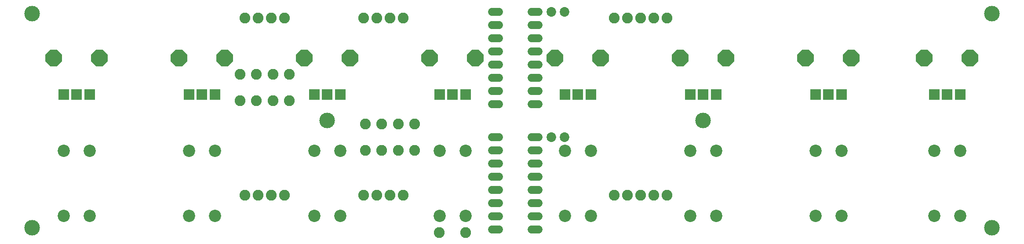
<source format=gts>
G75*
G70*
%OFA0B0*%
%FSLAX24Y24*%
%IPPOS*%
%LPD*%
%AMOC8*
5,1,8,0,0,1.08239X$1,22.5*
%
%ADD10R,0.0820X0.0820*%
%ADD11OC8,0.1261*%
%ADD12C,0.0600*%
%ADD13C,0.1182*%
%ADD14C,0.0820*%
%ADD15C,0.0730*%
%ADD16C,0.0930*%
D10*
X005026Y012754D03*
X006010Y012754D03*
X006994Y012754D03*
X014526Y012754D03*
X015510Y012754D03*
X016494Y012754D03*
X024026Y012754D03*
X025010Y012754D03*
X025994Y012754D03*
X033526Y012754D03*
X034510Y012754D03*
X035494Y012754D03*
X043026Y012754D03*
X044010Y012754D03*
X044994Y012754D03*
X052526Y012754D03*
X053510Y012754D03*
X054494Y012754D03*
X062026Y012754D03*
X063010Y012754D03*
X063994Y012754D03*
X071026Y012754D03*
X072010Y012754D03*
X072994Y012754D03*
D11*
X073742Y015510D03*
X070278Y015510D03*
X064742Y015510D03*
X061278Y015510D03*
X055242Y015510D03*
X051778Y015510D03*
X045742Y015510D03*
X042278Y015510D03*
X036242Y015510D03*
X032778Y015510D03*
X026742Y015510D03*
X023278Y015510D03*
X017242Y015510D03*
X013778Y015510D03*
X007742Y015510D03*
X004278Y015510D03*
D12*
X037500Y015010D02*
X038020Y015010D01*
X040500Y015010D02*
X041020Y015010D01*
X041020Y014010D02*
X040500Y014010D01*
X038020Y014010D02*
X037500Y014010D01*
X037500Y013010D02*
X038020Y013010D01*
X040500Y013010D02*
X041020Y013010D01*
X041020Y012010D02*
X040500Y012010D01*
X038020Y012010D02*
X037500Y012010D01*
X037500Y009510D02*
X038020Y009510D01*
X040500Y009510D02*
X041020Y009510D01*
X041020Y008510D02*
X040500Y008510D01*
X038020Y008510D02*
X037500Y008510D01*
X037500Y007510D02*
X038020Y007510D01*
X040500Y007510D02*
X041020Y007510D01*
X041020Y006510D02*
X040500Y006510D01*
X038020Y006510D02*
X037500Y006510D01*
X037500Y005510D02*
X038020Y005510D01*
X040500Y005510D02*
X041020Y005510D01*
X041020Y004510D02*
X040500Y004510D01*
X038020Y004510D02*
X037500Y004510D01*
X037500Y003510D02*
X038020Y003510D01*
X040500Y003510D02*
X041020Y003510D01*
X041020Y002510D02*
X040500Y002510D01*
X038020Y002510D02*
X037500Y002510D01*
X037500Y016010D02*
X038020Y016010D01*
X040500Y016010D02*
X041020Y016010D01*
X041020Y017010D02*
X040500Y017010D01*
X038020Y017010D02*
X037500Y017010D01*
X037500Y018010D02*
X038020Y018010D01*
X040500Y018010D02*
X041020Y018010D01*
X041020Y019010D02*
X040500Y019010D01*
X038020Y019010D02*
X037500Y019010D01*
D13*
X002635Y002635D03*
X025010Y010760D03*
X053510Y010760D03*
X075385Y018885D03*
X075385Y002635D03*
X002635Y018885D03*
D14*
X018760Y018556D03*
X019760Y018556D03*
X020760Y018556D03*
X021760Y018556D03*
X027760Y018556D03*
X028760Y018556D03*
X029760Y018556D03*
X030760Y018556D03*
X022135Y014260D03*
X020885Y014260D03*
X019635Y014260D03*
X018385Y014260D03*
X018385Y012260D03*
X019635Y012260D03*
X020885Y012260D03*
X022135Y012260D03*
X027885Y010510D03*
X029135Y010510D03*
X030385Y010510D03*
X031635Y010510D03*
X031635Y008510D03*
X030385Y008510D03*
X029135Y008510D03*
X027885Y008510D03*
X027760Y005118D03*
X028760Y005118D03*
X029760Y005118D03*
X030760Y005118D03*
X021760Y005118D03*
X020760Y005118D03*
X019760Y005118D03*
X018760Y005118D03*
X033510Y002260D03*
X035510Y002260D03*
X046760Y005118D03*
X047760Y005118D03*
X048760Y005118D03*
X049760Y005118D03*
X050760Y005118D03*
X050760Y018556D03*
X049760Y018556D03*
X048760Y018556D03*
X047760Y018556D03*
X046760Y018556D03*
D15*
X043010Y019010D03*
X042010Y019010D03*
X042010Y009510D03*
X043010Y009510D03*
D16*
X043026Y008471D03*
X044994Y008471D03*
X052526Y008471D03*
X054494Y008471D03*
X062026Y008471D03*
X063994Y008471D03*
X071026Y008471D03*
X072994Y008471D03*
X072994Y003549D03*
X071026Y003549D03*
X063994Y003549D03*
X062026Y003549D03*
X054494Y003549D03*
X052526Y003549D03*
X044994Y003549D03*
X043026Y003549D03*
X035494Y003549D03*
X033526Y003549D03*
X025994Y003549D03*
X024026Y003549D03*
X016494Y003549D03*
X014526Y003549D03*
X006994Y003549D03*
X005026Y003549D03*
X005026Y008471D03*
X006994Y008471D03*
X014526Y008471D03*
X016494Y008471D03*
X024026Y008471D03*
X025994Y008471D03*
X033526Y008471D03*
X035494Y008471D03*
M02*

</source>
